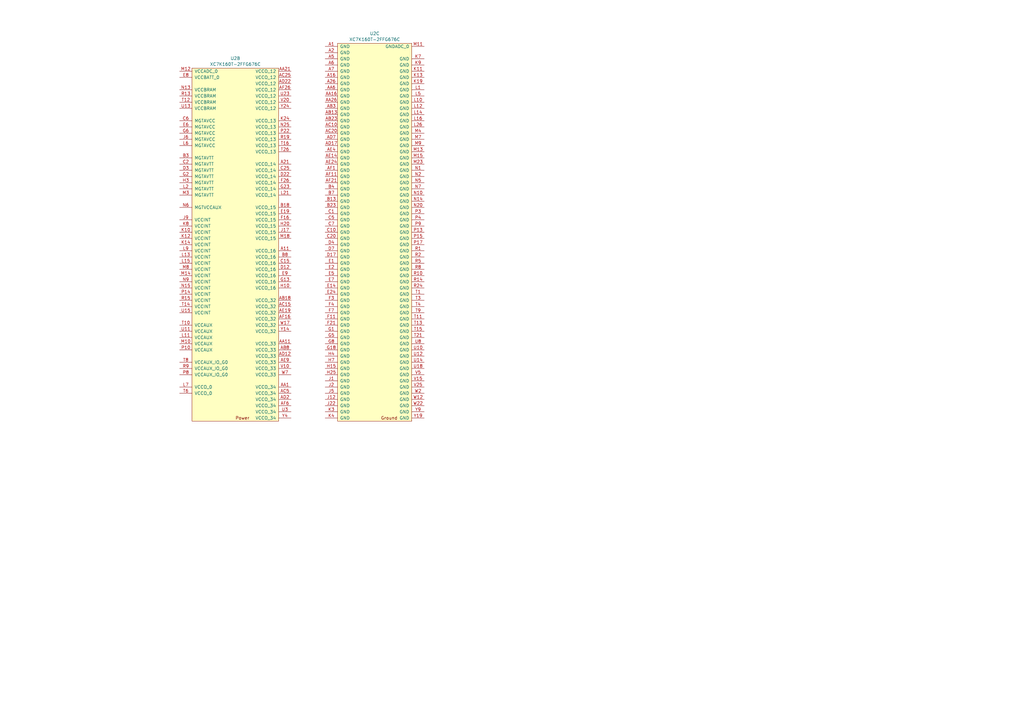
<source format=kicad_sch>
(kicad_sch (version 20231120) (generator "eeschema") (generator_version "8.0")
  (paper "A3")
  (title_block (title "AYRTON Main Board") (date "2024-11-15") (rev "0.1") (company "Antikernel Labs") (comment 1 "Andrew D. Zonenberg"))
  (symbol (lib_id "xilinx-azonenberg:XC7KxT-FFG676") (at 138.43 172.72 0) (unit 3)
    (property "Reference" "U2" (at 153.67 13.7625 0))
    (property "Value" "XC7K160T-2FFG676C" (at 153.67 16.1868 0))
  )
  (symbol (lib_id "xilinx-azonenberg:XC7KxT-FFG676") (at 78.74 172.72 0) (unit 2)
    (property "Reference" "U2" (at 96.52 23.9225 0))
    (property "Value" "XC7K160T-2FFG676C" (at 96.52 26.3468 0))
  )
)
</source>
